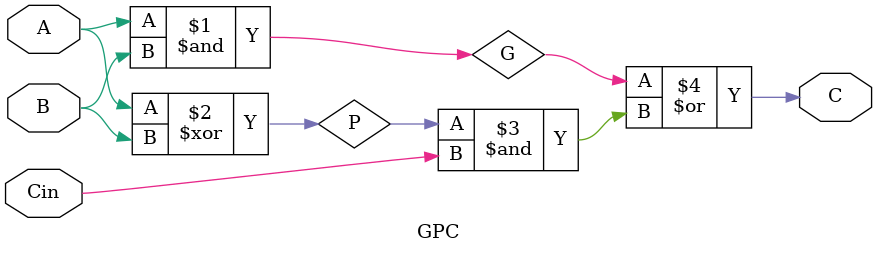
<source format=v>
`timescale 1ns / 1ps
module GPC(
	input  A,
	input  B,
	input Cin,
	output C
    );

	assign G = A&B;
	assign P = A^B;
	assign C = G | (P & Cin);
	
endmodule

</source>
